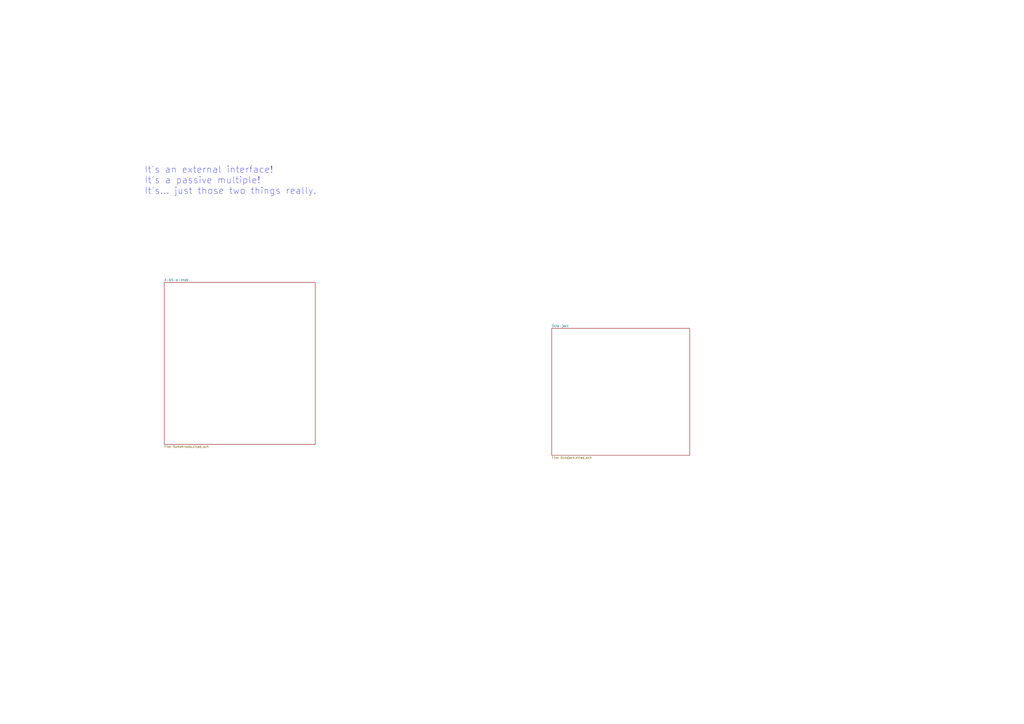
<source format=kicad_sch>
(kicad_sch (version 20231120) (generator "eeschema") (generator_version "8.0")
  (paper "A2")
  (title_block (title "Occasional Table") (date "2024-11-07") (rev "1.0") (company "velvia-fifty") (comment 1 "https://github.com/velvia-fifty/AudioThings") (comment 2 "What is it the rest of the time?") (comment 4 "Stay humble"))
  (lib_symbols
    (symbol "Connector:DIN41612_02x32_AB" (pin_names (offset 1.016) hide)
      (property "Reference" "J" (at 1.27 40.64 0))
      (property "Value" "DIN41612_02x32_AB" (at 1.27 -43.18 0))
      (symbol "DIN41612_02x32_AB_1_1"
        (rectangle (start -1.27 -40.513) (end 0 -40.767) (stroke (width 0.1524)))
        (rectangle (start -1.27 -37.973) (end 0 -38.227) (stroke (width 0.1524)))
        (rectangle (start -1.27 -35.433) (end 0 -35.687) (stroke (width 0.1524)))
        (rectangle (start -1.27 -32.893) (end 0 -33.147) (stroke (width 0.1524)))
        (rectangle (start -1.27 -30.353) (end 0 -30.607) (stroke (width 0.1524)))
        (rectangle (start -1.27 -27.813) (end 0 -28.067) (stroke (width 0.1524)))
        (rectangle (start -1.27 -25.273) (end 0 -25.527) (stroke (width 0.1524)))
        (rectangle (start -1.27 -22.733) (end 0 -22.987) (stroke (width 0.1524)))
        (rectangle (start -1.27 -20.193) (end 0 -20.447) (stroke (width 0.1524)))
        (rectangle (start -1.27 -17.653) (end 0 -17.907) (stroke (width 0.1524)))
        (rectangle (start -1.27 -15.113) (end 0 -15.367) (stroke (width 0.1524)))
        (rectangle (start -1.27 -12.573) (end 0 -12.827) (stroke (width 0.1524)))
        (rectangle (start -1.27 -10.033) (end 0 -10.287) (stroke (width 0.1524)))
        (rectangle (start -1.27 -7.493) (end 0 -7.747) (stroke (width 0.1524)))
        (rectangle (start -1.27 -4.953) (end 0 -5.207) (stroke (width 0.1524)))
        (rectangle (start -1.27 -2.413) (end 0 -2.667) (stroke (width 0.1524)))
        (rectangle (start -1.27 0.127) (end 0 -0.127) (stroke (width 0.1524)))
        (rectangle (start -1.27 2.667) (end 0 2.413) (stroke (width 0.1524)))
        (rectangle (start -1.27 5.207) (end 0 4.953) (stroke (width 0.1524)))
        (rectangle (start -1.27 7.747) (end 0 7.493) (stroke (width 0.1524)))
        (rectangle (start -1.27 10.287) (end 0 10.033) (stroke (width 0.1524)))
        (rectangle (start -1.27 12.827) (end 0 12.573) (stroke (width 0.1524)))
        (rectangle (start -1.27 15.367) (end 0 15.113) (stroke (width 0.1524)))
        (rectangle (start -1.27 17.907) (end 0 17.653) (stroke (width 0.1524)))
        (rectangle (start -1.27 20.447) (end 0 20.193) (stroke (width 0.1524)))
        (rectangle (start -1.27 22.987) (end 0 22.733) (stroke (width 0.1524)))
        (rectangle (start -1.27 25.527) (end 0 25.273) (stroke (width 0.1524)))
        (rectangle (start -1.27 28.067) (end 0 27.813) (stroke (width 0.1524)))
        (rectangle (start -1.27 30.607) (end 0 30.353) (stroke (width 0.1524)))
        (rectangle (start -1.27 33.147) (end 0 32.893) (stroke (width 0.1524)))
        (rectangle (start -1.27 35.687) (end 0 35.433) (stroke (width 0.1524)))
        (rectangle (start -1.27 38.227) (end 0 37.973) (stroke (width 0.1524)))
        (rectangle (start -1.27 39.37) (end 3.81 -41.91) (stroke (width 0.254)) (fill (type background)))
        (rectangle (start 3.81 -40.513) (end 2.54 -40.767) (stroke (width 0.1524)))
        (rectangle (start 3.81 -37.973) (end 2.54 -38.227) (stroke (width 0.1524)))
        (rectangle (start 3.81 -35.433) (end 2.54 -35.687) (stroke (width 0.1524)))
        (rectangle (start 3.81 -32.893) (end 2.54 -33.147) (stroke (width 0.1524)))
        (rectangle (start 3.81 -30.353) (end 2.54 -30.607) (stroke (width 0.1524)))
        (rectangle (start 3.81 -27.813) (end 2.54 -28.067) (stroke (width 0.1524)))
        (rectangle (start 3.81 -25.273) (end 2.54 -25.527) (stroke (width 0.1524)))
        (rectangle (start 3.81 -22.733) (end 2.54 -22.987) (stroke (width 0.1524)))
        (rectangle (start 3.81 -20.193) (end 2.54 -20.447) (stroke (width 0.1524)))
        (rectangle (start 3.81 -17.653) (end 2.54 -17.907) (stroke (width 0.1524)))
        (rectangle (start 3.81 -15.113) (end 2.54 -15.367) (stroke (width 0.1524)))
        (rectangle (start 3.81 -12.573) (end 2.54 -12.827) (stroke (width 0.1524)))
        (rectangle (start 3.81 -10.033) (end 2.54 -10.287) (stroke (width 0.1524)))
        (rectangle (start 3.81 -7.493) (end 2.54 -7.747) (stroke (width 0.1524)))
        (rectangle (start 3.81 -4.953) (end 2.54 -5.207) (stroke (width 0.1524)))
        (rectangle (start 3.81 -2.413) (end 2.54 -2.667) (stroke (width 0.1524)))
        (rectangle (start 3.81 0.127) (end 2.54 -0.127) (stroke (width 0.1524)))
        (rectangle (start 3.81 2.667) (end 2.54 2.413) (stroke (width 0.1524)))
        (rectangle (start 3.81 5.207) (end 2.54 4.953) (stroke (width 0.1524)))
        (rectangle (start 3.81 7.747) (end 2.54 7.493) (stroke (width 0.1524)))
        (rectangle (start 3.81 10.287) (end 2.54 10.033) (stroke (width 0.1524)))
        (rectangle (start 3.81 12.827) (end 2.54 12.573) (stroke (width 0.1524)))
        (rectangle (start 3.81 15.367) (end 2.54 15.113) (stroke (width 0.1524)))
        (rectangle (start 3.81 17.907) (end 2.54 17.653) (stroke (width 0.1524)))
        (rectangle (start 3.81 20.447) (end 2.54 20.193) (stroke (width 0.1524)))
        (rectangle (start 3.81 22.987) (end 2.54 22.733) (stroke (width 0.1524)))
        (rectangle (start 3.81 25.527) (end 2.54 25.273) (stroke (width 0.1524)))
        (rectangle (start 3.81 28.067) (end 2.54 27.813) (stroke (width 0.1524)))
        (rectangle (start 3.81 30.607) (end 2.54 30.353) (stroke (width 0.1524)))
        (rectangle (start 3.81 33.147) (end 2.54 32.893) (stroke (width 0.1524)))
        (rectangle (start 3.81 35.687) (end 2.54 35.433) (stroke (width 0.1524)))
        (rectangle (start 3.81 38.227) (end 2.54 37.973) (stroke (width 0.1524)))
        (pin passive line (at -5.08 38.1 0) (length 3.81) (name "Pin_a1") (number "a1"))
        (pin passive line (at -5.08 15.24 0) (length 3.81) (name "Pin_a10") (number "a10"))
        (pin passive line (at -5.08 12.7 0) (length 3.81) (name "Pin_a11") (number "a11"))
        (pin passive line (at -5.08 10.16 0) (length 3.81) (name "Pin_a12") (number "a12"))
        (pin passive line (at -5.08 7.62 0) (length 3.81) (name "Pin_a13") (number "a13"))
        (pin passive line (at -5.08 5.08 0) (length 3.81) (name "Pin_a14") (number "a14"))
        (pin passive line (at -5.08 2.54 0) (length 3.81) (name "Pin_a15") (number "a15"))
        (pin passive line (at -5.08 0 0) (length 3.81) (name "Pin_a16") (number "a16"))
        (pin passive line (at -5.08 -2.54 0) (length 3.81) (name "Pin_a17") (number "a17"))
        (pin passive line (at -5.08 -5.08 0) (length 3.81) (name "Pin_a18") (number "a18"))
        (pin passive line (at -5.08 -7.62 0) (length 3.81) (name "Pin_a19") (number "a19"))
        (pin passive line (at -5.08 35.56 0) (length 3.81) (name "Pin_a2") (number "a2"))
        (pin passive line (at -5.08 -10.16 0) (length 3.81) (name "Pin_a20") (number "a20"))
        (pin passive line (at -5.08 -12.7 0) (length 3.81) (name "Pin_a21") (number "a21"))
        (pin passive line (at -5.08 -15.24 0) (length 3.81) (name "Pin_a22") (number "a22"))
        (pin passive line (at -5.08 -17.78 0) (length 3.81) (name "Pin_a23") (number "a23"))
        (pin passive line (at -5.08 -20.32 0) (length 3.81) (name "Pin_a24") (number "a24"))
        (pin passive line (at -5.08 -22.86 0) (length 3.81) (name "Pin_a25") (number "a25"))
        (pin passive line (at -5.08 -25.4 0) (length 3.81) (name "Pin_a26") (number "a26"))
        (pin passive line (at -5.08 -27.94 0) (length 3.81) (name "Pin_a27") (number "a27"))
        (pin passive line (at -5.08 -30.48 0) (length 3.81) (name "Pin_a28") (number "a28"))
        (pin passive line (at -5.08 -33.02 0) (length 3.81) (name "Pin_a29") (number "a29"))
        (pin passive line (at -5.08 33.02 0) (length 3.81) (name "Pin_a3") (number "a3"))
        (pin passive line (at -5.08 -35.56 0) (length 3.81) (name "Pin_a30") (number "a30"))
        (pin passive line (at -5.08 -38.1 0) (length 3.81) (name "Pin_a31") (number "a31"))
        (pin passive line (at -5.08 -40.64 0) (length 3.81) (name "Pin_a32") (number "a32"))
        (pin passive line (at -5.08 30.48 0) (length 3.81) (name "Pin_a4") (number "a4"))
        (pin passive line (at -5.08 27.94 0) (length 3.81) (name "Pin_a5") (number "a5"))
        (pin passive line (at -5.08 25.4 0) (length 3.81) (name "Pin_a6") (number "a6"))
        (pin passive line (at -5.08 22.86 0) (length 3.81) (name "Pin_a7") (number "a7"))
        (pin passive line (at -5.08 20.32 0) (length 3.81) (name "Pin_a8") (number "a8"))
        (pin passive line (at -5.08 17.78 0) (length 3.81) (name "Pin_a9") (number "a9"))
        (pin passive line (at 7.62 38.1 180) (length 3.81) (name "Pin_b1") (number "b1"))
        (pin passive line (at 7.62 15.24 180) (length 3.81) (name "Pin_b10") (number "b10"))
        (pin passive line (at 7.62 12.7 180) (length 3.81) (name "Pin_b11") (number "b11"))
        (pin passive line (at 7.62 10.16 180) (length 3.81) (name "Pin_b12") (number "b12"))
        (pin passive line (at 7.62 7.62 180) (length 3.81) (name "Pin_b13") (number "b13"))
        (pin passive line (at 7.62 5.08 180) (length 3.81) (name "Pin_b14") (number "b14"))
        (pin passive line (at 7.62 2.54 180) (length 3.81) (name "Pin_b15") (number "b15"))
        (pin passive line (at 7.62 0 180) (length 3.81) (name "Pin_b16") (number "b16"))
        (pin passive line (at 7.62 -2.54 180) (length 3.81) (name "Pin_b17") (number "b17"))
        (pin passive line (at 7.62 -5.08 180) (length 3.81) (name "Pin_b18") (number "b18"))
        (pin passive line (at 7.62 -7.62 180) (length 3.81) (name "Pin_b19") (number "b19"))
        (pin passive line (at 7.62 35.56 180) (length 3.81) (name "Pin_b2") (number "b2"))
        (pin passive line (at 7.62 -10.16 180) (length 3.81) (name "Pin_b20") (number "b20"))
        (pin passive line (at 7.62 -12.7 180) (length 3.81) (name "Pin_b21") (number "b21"))
        (pin passive line (at 7.62 -15.24 180) (length 3.81) (name "Pin_b22") (number "b22"))
        (pin passive line (at 7.62 -17.78 180) (length 3.81) (name "Pin_b23") (number "b23"))
        (pin passive line (at 7.62 -20.32 180) (length 3.81) (name "Pin_b24") (number "b24"))
        (pin passive line (at 7.62 -22.86 180) (length 3.81) (name "Pin_b25") (number "b25"))
        (pin passive line (at 7.62 -25.4 180) (length 3.81) (name "Pin_b26") (number "b26"))
        (pin passive line (at 7.62 -27.94 180) (length 3.81) (name "Pin_b27") (number "b27"))
        (pin passive line (at 7.62 -30.48 180) (length 3.81) (name "Pin_b28") (number "b28"))
        (pin passive line (at 7.62 -33.02 180) (length 3.81) (name "Pin_b29") (number "b29"))
        (pin passive line (at 7.62 33.02 180) (length 3.81) (name "Pin_b3") (number "b3"))
        (pin passive line (at 7.62 -35.56 180) (length 3.81) (name "Pin_b30") (number "b30"))
        (pin passive line (at 7.62 -38.1 180) (length 3.81) (name "Pin_b31") (number "b31"))
        (pin passive line (at 7.62 -40.64 180) (length 3.81) (name "Pin_b32") (number "b32"))
        (pin passive line (at 7.62 30.48 180) (length 3.81) (name "Pin_b4") (number "b4"))
        (pin passive line (at 7.62 27.94 180) (length 3.81) (name "Pin_b5") (number "b5"))
        (pin passive line (at 7.62 25.4 180) (length 3.81) (name "Pin_b6") (number "b6"))
        (pin passive line (at 7.62 22.86 180) (length 3.81) (name "Pin_b7") (number "b7"))
        (pin passive line (at 7.62 20.32 180) (length 3.81) (name "Pin_b8") (number "b8"))
        (pin passive line (at 7.62 17.78 180) (length 3.81) (name "Pin_b9") (number "b9"))
      )
    )
  )
  (wire (pts (xy 170.18 -125.73) (xy 172.72 -125.73)))
  (wire (pts (xy 185.42 -105.41) (xy 187.96 -105.41)))
  (wire (pts (xy 170.18 -107.95) (xy 172.72 -107.95)))
  (wire (pts (xy 187.96 -102.87) (xy 185.42 -102.87)))
  (wire (pts (xy 187.96 -100.33) (xy 185.42 -100.33)))
  (wire (pts (xy 170.18 -140.97) (xy 172.72 -140.97)))
  (wire (pts (xy 187.96 -176.53) (xy 185.42 -176.53)))
  (polyline (pts (xy 162.56 -113.03) (xy 218.44 -113.03)))
  (wire (pts (xy 170.18 -153.67) (xy 172.72 -153.67)))
  (wire (pts (xy 187.96 -171.45) (xy 185.42 -171.45)))
  (wire (pts (xy 187.96 -113.03) (xy 185.42 -113.03)))
  (wire (pts (xy 187.96 -166.37) (xy 185.42 -166.37)))
  (wire (pts (xy 187.96 -115.57) (xy 185.42 -115.57)))
  (wire (pts (xy 187.96 -133.35) (xy 185.42 -133.35)))
  (wire (pts (xy 187.96 -146.05) (xy 185.42 -146.05)))
  (wire (pts (xy 187.96 -140.97) (xy 185.42 -140.97)))
  (wire (pts (xy 187.96 -148.59) (xy 185.42 -148.59)))
  (wire (pts (xy 170.18 -161.29) (xy 172.72 -161.29)))
  (wire (pts (xy 187.96 -143.51) (xy 185.42 -143.51)))
  (wire (pts (xy 170.18 -128.27) (xy 172.72 -128.27)))
  (wire (pts (xy 170.18 -123.19) (xy 172.72 -123.19)))
  (wire (pts (xy 187.96 -173.99) (xy 185.42 -173.99)))
  (wire (pts (xy 187.96 -130.81) (xy 185.42 -130.81)))
  (wire (pts (xy 187.96 -118.11) (xy 185.42 -118.11)))
  (wire (pts (xy 170.18 -105.41) (xy 172.72 -105.41)))
  (wire (pts (xy 170.18 -171.45) (xy 172.72 -171.45)))
  (wire (pts (xy 170.18 -100.33) (xy 172.72 -100.33)))
  (wire (pts (xy 187.96 -128.27) (xy 185.42 -128.27)))
  (wire (pts (xy 187.96 -138.43) (xy 185.42 -138.43)))
  (wire (pts (xy 187.96 -107.95) (xy 185.42 -107.95)))
  (wire (pts (xy 187.96 -120.65) (xy 185.42 -120.65)))
  (wire (pts (xy 187.96 -158.75) (xy 185.42 -158.75)))
  (wire (pts (xy 170.18 -133.35) (xy 172.72 -133.35)))
  (wire (pts (xy 185.42 -179.07) (xy 187.96 -179.07)))
  (wire (pts (xy 187.96 -156.21) (xy 185.42 -156.21)))
  (wire (pts (xy 187.96 -125.73) (xy 185.42 -125.73)))
  (wire (pts (xy 170.18 -173.99) (xy 172.72 -173.99)))
  (wire (pts (xy 170.18 -158.75) (xy 172.72 -158.75)))
  (wire (pts (xy 170.18 -146.05) (xy 172.72 -146.05)))
  (polyline (pts (xy 162.56 -128.27) (xy 218.44 -128.27)))
  (wire (pts (xy 187.96 -168.91) (xy 185.42 -168.91)))
  (wire (pts (xy 170.18 -166.37) (xy 172.72 -166.37)))
  (wire (pts (xy 170.18 -118.11) (xy 172.72 -118.11)))
  (wire (pts (xy 170.18 -163.83) (xy 172.72 -163.83)))
  (wire (pts (xy 170.18 -156.21) (xy 172.72 -156.21)))
  (wire (pts (xy 187.96 -110.49) (xy 185.42 -110.49)))
  (wire (pts (xy 170.18 -179.07) (xy 172.72 -179.07)))
  (wire (pts (xy 170.18 -148.59) (xy 172.72 -148.59)))
  (wire (pts (xy 187.96 -153.67) (xy 185.42 -153.67)))
  (wire (pts (xy 170.18 -115.57) (xy 172.72 -115.57)))
  (wire (pts (xy 187.96 -135.89) (xy 185.42 -135.89)))
  (wire (pts (xy 170.18 -151.13) (xy 172.72 -151.13)))
  (wire (pts (xy 170.18 -138.43) (xy 172.72 -138.43)))
  (wire (pts (xy 170.18 -176.53) (xy 172.72 -176.53)))
  (polyline (pts (xy 162.56 -148.59) (xy 218.44 -148.59)))
  (wire (pts (xy 187.96 -123.19) (xy 185.42 -123.19)))
  (wire (pts (xy 170.18 -135.89) (xy 172.72 -135.89)))
  (wire (pts (xy 170.18 -168.91) (xy 172.72 -168.91)))
  (wire (pts (xy 170.18 -130.81) (xy 172.72 -130.81)))
  (polyline (pts (xy 162.56 -153.67) (xy 218.44 -153.67)))
  (wire (pts (xy 170.18 -102.87) (xy 172.72 -102.87)))
  (wire (pts (xy 187.96 -161.29) (xy 185.42 -161.29)))
  (wire (pts (xy 187.96 -163.83) (xy 185.42 -163.83)))
  (wire (pts (xy 187.96 -151.13) (xy 185.42 -151.13)))
  (wire (pts (xy 170.18 -120.65) (xy 172.72 -120.65)))
  (wire (pts (xy 170.18 -143.51) (xy 172.72 -143.51)))
  (wire (pts (xy 170.18 -113.03) (xy 172.72 -113.03)))
  (wire (pts (xy 170.18 -110.49) (xy 172.72 -110.49)))
  (text_box "https://hackaday.com/series_of_posts/logic-noise/\n\nPATH\nSAW -> TRI\nTRI -> FOLD\nFOLD -> VCF\nVCF -> VCA\n" (at 237.49 -46.99 0) (size 83.82 31.75) (effects (font (size 1.27 1.27)) (justify left top)))
  (text "USB" (at 205.994 -150.876 90) (effects (font (size 1.27 1.27) (italic yes))))
  (text "GPIO and Status" (at 207.01 -103.632 90) (effects (font (size 1.27 1.27) (italic yes))))
  (text "Audio I/O Bus" (at 207.01 -137.414 90) (effects (font (size 1.27 1.27) (italic yes))))
  (text "It's an external interface! \nIt's a passive multiple!\nIt's... just those two things really." (at 83.82 104.648 0) (effects (font (size 3.81 3.81)) (justify left)))
  (text "I2C and UART\n" (at 207.264 -120.65 90) (effects (font (size 1.27 1.27) (italic yes))))
  (text "Notch" (at 215.138 -154.432 0) (effects (font (size 1.27 1.27) (italic yes))))
  (text "Euro Power" (at 214.884 -170.18 90) (effects (font (size 1.27 1.27) (italic yes))))
  (label "BUSY" (at 170.18 -102.87 180))
  (label "+12v" (at 170.18 -171.45 180))
  (label "GND" (at 170.18 -143.51 180))
  (label "Audio_OUT_C" (at 170.18 -135.89 180))
  (label "GND" (at 187.96 -140.97 0))
  (label "GPIO 1" (at 170.18 -110.49 180))
  (label "Audio_IN_D" (at 187.96 -128.27 0))
  (label "I2C ID1" (at 170.18 -118.11 180))
  (label "PRSNT_A" (at 170.18 -179.07 180))
  (label "5V Port 1" (at 170.18 -151.13 180))
  (label "GND" (at 170.18 -161.29 180))
  (label "GND" (at 170.18 -168.91 180))
  (label "GND" (at 170.18 -138.43 180))
  (label "I2C SDA" (at 170.18 -120.65 180))
  (label "+5" (at 187.96 -176.53 0))
  (label "GND" (at 170.18 -166.37 180))
  (label "GPIO 3" (at 170.18 -105.41 180))
  (label "-12v" (at 187.96 -163.83 0))
  (label "GND" (at 187.96 -166.37 0))
  (label "GND" (at 187.96 -173.99 0))
  (label "D+ Port 1" (at 187.96 -151.13 0))
  (label "OUT_GATE 0" (at 187.96 -158.75 0))
  (label "GND" (at 187.96 -153.67 0))
  (label "GND" (at 187.96 -179.07 0))
  (label "I2C2 SDA" (at 187.96 -113.03 0))
  (label "+12v" (at 187.96 -171.45 0))
  (label "Audio_OUT_B" (at 170.18 -140.97 180))
  (label "OUT_CV 0" (at 187.96 -156.21 0))
  (label "GND" (at 187.96 -146.05 0))
  (label "Audio_IN_A" (at 187.96 -143.51 0))
  (label "GND" (at 170.18 -133.35 180))
  (label "GND" (at 187.96 -100.33 0))
  (label "GND" (at 187.96 -148.59 0))
  (label "GPIO 5" (at 187.96 -107.95 0))
  (label "Audio_OUT_D" (at 170.18 -130.81 180))
  (label "I2C ID2" (at 187.96 -118.11 0))
  (label "UART TX" (at 170.18 -125.73 180))
  (label "+5" (at 170.18 -176.53 180))
  (label "GND" (at 187.96 -115.57 0))
  (label "UART RX" (at 187.96 -125.73 0))
  (label "CON_GATE 0" (at 170.18 -158.75 180))
  (label "CON_CV 0" (at 170.18 -156.21 180))
  (label "-12v" (at 170.18 -163.83 180))
  (label "GND" (at 187.96 -168.91 0))
  (label "GPIO 6" (at 187.96 -105.41 0))
  (label "Audio_IN_C" (at 187.96 -133.35 0))
  (label "GND" (at 170.18 -173.99 180))
  (label "GND" (at 170.18 -115.57 180))
  (label "D- Port 1" (at 170.18 -148.59 180))
  (label "PRSNT_B" (at 187.96 -102.87 0))
  (label "I2C SCL" (at 187.96 -123.19 0))
  (label "GND" (at 187.96 -161.29 0))
  (label "GND" (at 170.18 -123.19 180))
  (label "Audio_OUT_A" (at 170.18 -146.05 180))
  (label "GND" (at 187.96 -135.89 0))
  (label "GPIO 4" (at 187.96 -110.49 0))
  (label "I2C2 SCL" (at 170.18 -113.03 180))
  (label "READY" (at 170.18 -100.33 180))
  (label "GND" (at 170.18 -153.67 180))
  (label "I2C ID0" (at 187.96 -120.65 0))
  (label "GPIO 2" (at 170.18 -107.95 180))
  (label "GND" (at 187.96 -130.81 0))
  (label "Audio_IN_B" (at 187.96 -138.43 0))
  (label "GND" (at 170.18 -128.27 180))
  (symbol (lib_id "Connector:DIN41612_02x32_AB") (at 177.8 -140.97 0) (unit 1)
    (property "Reference" "J15" (at 179.07 -185.42 0))
    (property "Value" "DIN41612_02x32_AB" (at 179.07 -182.88 0))
    (property "Description" "DIN41612 connector, double row (AB), 02x32, script generated (kicad-library-utils/schlib/autogen/connector/)" (effects (hide yes)))
  )
  (sheet (at 95.25 163.83) (size 87.63 93.98) (stroke (width 0.1524))
    (property "Sheetname" "A-bit-o-knob" (at 95.25 163.1184 0) (effects (justify left bottom)))
    (property "Sheetfile" "SomeKnobs.kicad_sch" (at 95.25 258.3946 0) (effects (justify left top)))
  )
  (sheet (at 320.04 190.5) (size 80.01 73.66) (stroke (width 0.1524))
    (property "Sheetname" "Octo-jack" (at 320.04 189.7884 0) (effects (justify left bottom)))
    (property "Sheetfile" "Octojack.kicad_sch" (at 320.04 264.7446 0) (effects (justify left top)))
  )
)
</source>
